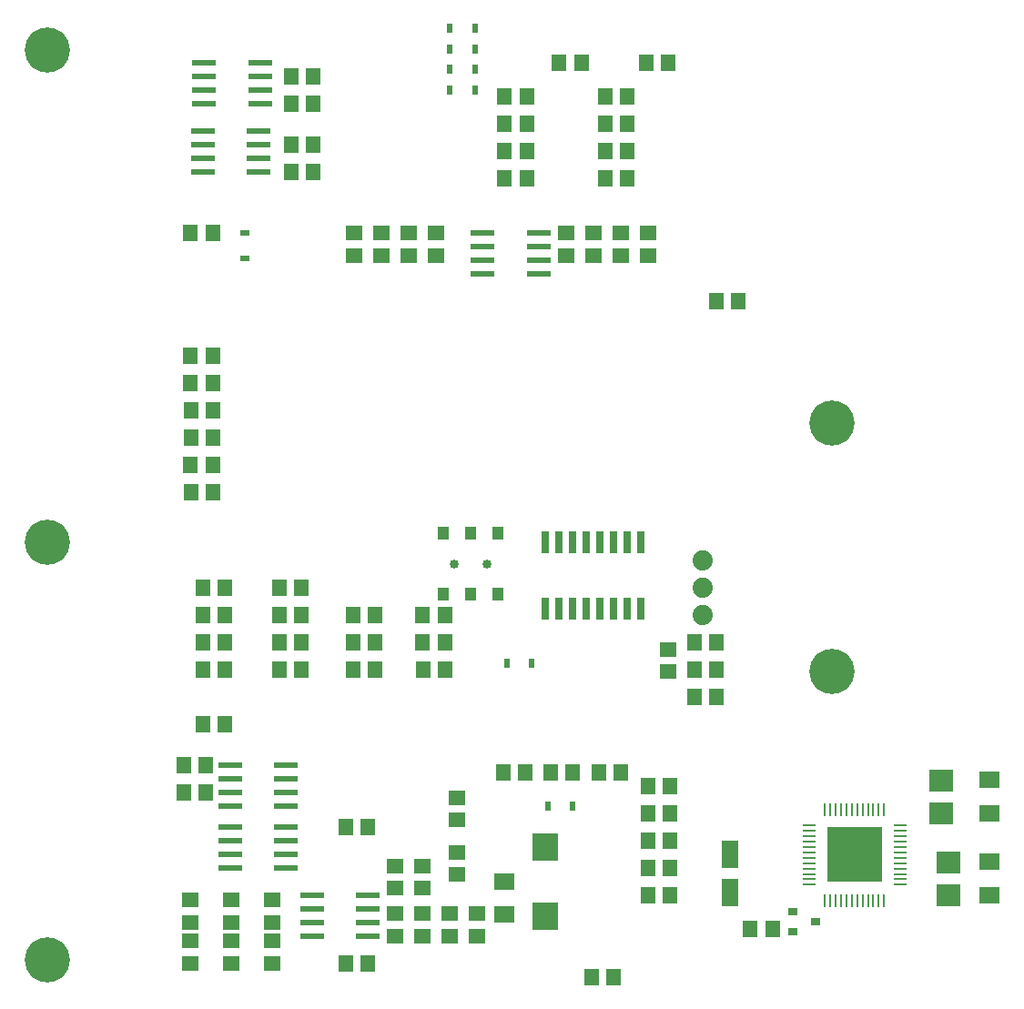
<source format=gtp>
G04 MADE WITH FRITZING*
G04 WWW.FRITZING.ORG*
G04 DOUBLE SIDED*
G04 HOLES PLATED*
G04 CONTOUR ON CENTER OF CONTOUR VECTOR*
%ASAXBY*%
%FSLAX23Y23*%
%MOIN*%
%OFA0B0*%
%SFA1.0B1.0*%
%ADD10C,0.033465*%
%ADD11C,0.074000*%
%ADD12C,0.165354*%
%ADD13R,0.039370X0.045276*%
%ADD14R,0.055118X0.059055*%
%ADD15R,0.010000X0.045000*%
%ADD16R,0.045000X0.010000*%
%ADD17R,0.035433X0.031496*%
%ADD18R,0.062992X0.102362*%
%ADD19R,0.059055X0.055118*%
%ADD20R,0.024803X0.032677*%
%ADD21R,0.032677X0.024803*%
%ADD22R,0.087000X0.024000*%
%ADD23R,0.094488X0.102362*%
%ADD24R,0.074803X0.062992*%
%ADD25R,0.086614X0.078740*%
%ADD26R,0.026000X0.080000*%
%ADD27R,0.204724X0.204724*%
%ADD28R,0.001000X0.001000*%
%LNPASTEMASK1*%
G90*
G70*
G54D10*
X1800Y1767D03*
X1682Y1767D03*
G54D11*
X2593Y1778D03*
X2593Y1678D03*
X2593Y1578D03*
G54D12*
X3065Y2283D03*
X3065Y1373D03*
X190Y315D03*
X190Y3650D03*
X190Y1845D03*
G54D13*
X1840Y1878D03*
X1741Y1878D03*
X1643Y1878D03*
X1840Y1656D03*
X1741Y1656D03*
X1643Y1656D03*
G54D14*
X2291Y1003D03*
X2210Y1003D03*
X2641Y2728D03*
X2722Y2728D03*
G54D15*
X3039Y532D03*
X3059Y532D03*
X3079Y532D03*
X3098Y532D03*
X3118Y532D03*
X3138Y532D03*
X3157Y532D03*
X3177Y532D03*
X3197Y532D03*
X3216Y532D03*
X3236Y532D03*
X3256Y532D03*
G54D16*
X3315Y591D03*
X3315Y611D03*
X3315Y630D03*
X3315Y650D03*
X3315Y670D03*
X3315Y689D03*
X3315Y709D03*
X3315Y729D03*
X3315Y748D03*
X3315Y768D03*
X3315Y788D03*
X3315Y808D03*
G54D15*
X3256Y867D03*
X3236Y867D03*
X3216Y867D03*
X3197Y867D03*
X3177Y867D03*
X3157Y867D03*
X3138Y867D03*
X3118Y867D03*
X3098Y867D03*
X3079Y867D03*
X3059Y867D03*
X3039Y867D03*
G54D16*
X2980Y808D03*
X2980Y788D03*
X2980Y768D03*
X2980Y748D03*
X2980Y729D03*
X2980Y709D03*
X2980Y689D03*
X2980Y670D03*
X2980Y650D03*
X2980Y630D03*
X2980Y611D03*
X2980Y591D03*
G54D17*
X2921Y493D03*
X2921Y418D03*
X3004Y455D03*
G54D18*
X2691Y561D03*
X2691Y703D03*
G54D14*
X2641Y1278D03*
X2560Y1278D03*
X2561Y1378D03*
X2641Y1378D03*
X2641Y1478D03*
X2560Y1478D03*
G54D19*
X2391Y2978D03*
X2391Y2897D03*
X2291Y2978D03*
X2291Y2897D03*
G54D14*
X2066Y3603D03*
X2147Y3603D03*
X2466Y3603D03*
X2385Y3603D03*
G54D19*
X2091Y2978D03*
X2091Y2897D03*
X2191Y2978D03*
X2191Y2897D03*
X2466Y1372D03*
X2466Y1453D03*
G54D14*
X716Y2978D03*
X797Y2978D03*
G54D20*
X1966Y1403D03*
X1876Y1403D03*
G54D21*
X916Y2978D03*
X916Y2887D03*
G54D22*
X1066Y928D03*
X860Y878D03*
X860Y978D03*
X1066Y978D03*
X860Y928D03*
X1066Y1028D03*
X860Y1028D03*
X1066Y878D03*
X1066Y703D03*
X860Y653D03*
X860Y753D03*
X1066Y753D03*
X860Y703D03*
X1066Y803D03*
X860Y803D03*
X1066Y653D03*
G54D14*
X2116Y1003D03*
X2035Y1003D03*
X760Y1578D03*
X841Y1578D03*
X760Y1678D03*
X841Y1678D03*
X1566Y1478D03*
X1647Y1478D03*
X1566Y1578D03*
X1647Y1578D03*
X1941Y1003D03*
X1860Y1003D03*
G54D20*
X2116Y878D03*
X2026Y878D03*
G54D14*
X841Y1178D03*
X760Y1178D03*
X798Y2228D03*
X717Y2228D03*
X716Y2428D03*
X797Y2428D03*
X716Y2128D03*
X797Y2128D03*
G54D19*
X1016Y303D03*
X1016Y384D03*
X716Y303D03*
X716Y384D03*
X866Y303D03*
X866Y384D03*
X866Y453D03*
X866Y534D03*
X1566Y578D03*
X1566Y659D03*
G54D14*
X798Y2328D03*
X717Y2328D03*
G54D19*
X716Y453D03*
X716Y534D03*
G54D14*
X1366Y803D03*
X1285Y803D03*
G54D19*
X1016Y453D03*
X1016Y534D03*
G54D23*
X2016Y476D03*
X2016Y728D03*
G54D14*
X1866Y3178D03*
X1947Y3178D03*
G54D20*
X1666Y3653D03*
X1757Y3653D03*
X1666Y3728D03*
X1757Y3728D03*
X1666Y3503D03*
X1757Y3503D03*
X1666Y3578D03*
X1757Y3578D03*
G54D14*
X841Y1478D03*
X760Y1478D03*
X2316Y3478D03*
X2235Y3478D03*
G54D19*
X1466Y578D03*
X1466Y659D03*
X1466Y403D03*
X1466Y484D03*
G54D14*
X1366Y303D03*
X1285Y303D03*
X2266Y253D03*
X2185Y253D03*
G54D19*
X1566Y403D03*
X1566Y484D03*
G54D14*
X841Y1378D03*
X760Y1378D03*
X2766Y428D03*
X2847Y428D03*
X716Y2528D03*
X797Y2528D03*
X798Y2028D03*
X717Y2028D03*
X2472Y753D03*
X2391Y753D03*
X1391Y1378D03*
X1310Y1378D03*
X1648Y1378D03*
X1567Y1378D03*
G54D24*
X3641Y853D03*
X3641Y975D03*
X3641Y553D03*
X3641Y675D03*
X1866Y603D03*
X1866Y481D03*
G54D14*
X1866Y3478D03*
X1947Y3478D03*
X2316Y3378D03*
X2235Y3378D03*
X1866Y3378D03*
X1947Y3378D03*
G54D25*
X3466Y971D03*
X3466Y853D03*
X3491Y671D03*
X3491Y553D03*
G54D19*
X1516Y2978D03*
X1516Y2897D03*
X1316Y2978D03*
X1316Y2897D03*
X1616Y2978D03*
X1616Y2897D03*
X1416Y2978D03*
X1416Y2897D03*
G54D14*
X1166Y3453D03*
X1085Y3453D03*
X1166Y3203D03*
X1085Y3203D03*
X1166Y3553D03*
X1085Y3553D03*
X1166Y3303D03*
X1085Y3303D03*
X2316Y3278D03*
X2235Y3278D03*
X2316Y3178D03*
X2235Y3178D03*
X1866Y3278D03*
X1947Y3278D03*
G54D22*
X1366Y453D03*
X1160Y403D03*
X1160Y503D03*
X1366Y503D03*
X1160Y453D03*
X1366Y553D03*
X1160Y553D03*
X1366Y403D03*
X1991Y2878D03*
X1785Y2828D03*
X1785Y2928D03*
X1991Y2928D03*
X1785Y2878D03*
X1991Y2978D03*
X1785Y2978D03*
X1991Y2828D03*
X972Y3503D03*
X766Y3453D03*
X766Y3553D03*
X972Y3553D03*
X766Y3503D03*
X972Y3603D03*
X766Y3603D03*
X972Y3453D03*
X966Y3253D03*
X760Y3203D03*
X760Y3303D03*
X966Y3303D03*
X760Y3253D03*
X966Y3353D03*
X760Y3353D03*
X966Y3203D03*
G54D14*
X1122Y1478D03*
X1041Y1478D03*
X1122Y1378D03*
X1041Y1378D03*
G54D19*
X1766Y403D03*
X1766Y484D03*
X1666Y403D03*
X1666Y484D03*
X1691Y628D03*
X1691Y709D03*
X1691Y909D03*
X1691Y828D03*
G54D14*
X2391Y853D03*
X2472Y853D03*
X1041Y1578D03*
X1121Y1578D03*
X1041Y1678D03*
X1122Y1678D03*
G54D26*
X2016Y1603D03*
X2066Y1603D03*
X2116Y1603D03*
X2166Y1603D03*
X2216Y1603D03*
X2266Y1603D03*
X2316Y1603D03*
X2366Y1603D03*
X2366Y1845D03*
X2316Y1845D03*
X2266Y1845D03*
X2216Y1845D03*
X2166Y1845D03*
X2116Y1845D03*
X2066Y1845D03*
X2016Y1845D03*
G54D14*
X1310Y1578D03*
X1391Y1578D03*
X1310Y1478D03*
X1391Y1478D03*
X2472Y653D03*
X2391Y653D03*
X2391Y553D03*
X2471Y553D03*
X2391Y953D03*
X2471Y953D03*
X691Y928D03*
X772Y928D03*
X772Y1028D03*
X691Y1028D03*
G54D27*
X3148Y701D03*
G54D28*
D02*
G04 End of PasteMask1*
M02*
</source>
